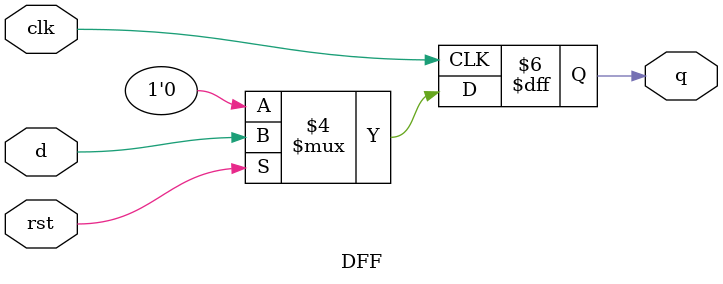
<source format=v>
module DFF (
    input clk, rst, d,
    output q
);

    reg q;

    always @ (posedge clk)
        if (!rst)
            q <= 0;
        else
            q <= d;

endmodule
</source>
